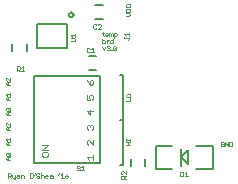
<source format=gto>
G75*
%MOIN*%
%OFA0B0*%
%FSLAX25Y25*%
%IPPOS*%
%LPD*%
%AMOC8*
5,1,8,0,0,1.08239X$1,22.5*
%
%ADD10C,0.00100*%
%ADD11C,0.00500*%
%ADD12C,0.00600*%
%ADD13C,0.00200*%
%ADD14C,0.00800*%
D10*
X0003050Y0003600D02*
X0003050Y0005101D01*
X0003801Y0005101D01*
X0004051Y0004851D01*
X0004051Y0004351D01*
X0003801Y0004100D01*
X0003050Y0004100D01*
X0003550Y0004100D02*
X0004051Y0003600D01*
X0004523Y0003850D02*
X0004523Y0004601D01*
X0004523Y0003850D02*
X0004773Y0003600D01*
X0005524Y0003600D01*
X0005524Y0003350D02*
X0005274Y0003100D01*
X0005024Y0003100D01*
X0005524Y0003350D02*
X0005524Y0004601D01*
X0006247Y0004601D02*
X0006747Y0004601D01*
X0006997Y0004351D01*
X0006997Y0003600D01*
X0006247Y0003600D01*
X0005997Y0003850D01*
X0006247Y0004100D01*
X0006997Y0004100D01*
X0007470Y0003600D02*
X0007470Y0004601D01*
X0008220Y0004601D01*
X0008471Y0004351D01*
X0008471Y0003600D01*
X0010416Y0003850D02*
X0010416Y0004851D01*
X0010666Y0005101D01*
X0011167Y0005101D01*
X0011417Y0004851D01*
X0011417Y0003850D01*
X0011167Y0003600D01*
X0010666Y0003600D01*
X0010416Y0003850D01*
X0011890Y0004601D02*
X0012140Y0004851D01*
X0012140Y0005351D01*
X0012626Y0004851D02*
X0012626Y0004601D01*
X0012876Y0004351D01*
X0013377Y0004351D01*
X0013627Y0004100D01*
X0013627Y0003850D01*
X0013377Y0003600D01*
X0012876Y0003600D01*
X0012626Y0003850D01*
X0014099Y0003600D02*
X0014099Y0005101D01*
X0013627Y0004851D02*
X0013377Y0005101D01*
X0012876Y0005101D01*
X0012626Y0004851D01*
X0014099Y0004351D02*
X0014350Y0004601D01*
X0014850Y0004601D01*
X0015100Y0004351D01*
X0015100Y0003600D01*
X0015573Y0003850D02*
X0015573Y0004351D01*
X0015823Y0004601D01*
X0016323Y0004601D01*
X0016573Y0004351D01*
X0016573Y0004100D01*
X0015573Y0004100D01*
X0015573Y0003850D02*
X0015823Y0003600D01*
X0016323Y0003600D01*
X0017046Y0003850D02*
X0017296Y0004100D01*
X0018047Y0004100D01*
X0018047Y0004351D02*
X0018047Y0003600D01*
X0017296Y0003600D01*
X0017046Y0003850D01*
X0017296Y0004601D02*
X0017797Y0004601D01*
X0018047Y0004351D01*
X0019992Y0004601D02*
X0020243Y0004851D01*
X0020243Y0005351D01*
X0020729Y0004601D02*
X0021229Y0005101D01*
X0021229Y0003600D01*
X0020729Y0003600D02*
X0021730Y0003600D01*
X0022202Y0003850D02*
X0022202Y0004351D01*
X0022953Y0004351D01*
X0023203Y0004100D01*
X0023203Y0003850D01*
X0022953Y0003600D01*
X0022452Y0003600D01*
X0022202Y0003850D01*
X0022202Y0004351D02*
X0022703Y0004851D01*
X0023203Y0005101D01*
X0026050Y0006350D02*
X0026300Y0006100D01*
X0026801Y0006100D01*
X0027051Y0006350D01*
X0027051Y0006600D01*
X0026801Y0006851D01*
X0026300Y0006851D01*
X0026050Y0007101D01*
X0026050Y0007351D01*
X0026300Y0007601D01*
X0026801Y0007601D01*
X0027051Y0007351D01*
X0027523Y0007101D02*
X0028024Y0007601D01*
X0028024Y0006100D01*
X0028524Y0006100D02*
X0027523Y0006100D01*
X0040899Y0005577D02*
X0040899Y0005077D01*
X0041149Y0004827D01*
X0041149Y0004354D02*
X0041649Y0004354D01*
X0041900Y0004104D01*
X0041900Y0003353D01*
X0042400Y0003353D02*
X0040899Y0003353D01*
X0040899Y0004104D01*
X0041149Y0004354D01*
X0041900Y0003854D02*
X0042400Y0004354D01*
X0042400Y0004827D02*
X0041399Y0005828D01*
X0041149Y0005828D01*
X0040899Y0005577D01*
X0042400Y0005828D02*
X0042400Y0004827D01*
X0042449Y0014600D02*
X0043950Y0014600D01*
X0043199Y0014600D02*
X0043199Y0015601D01*
X0042449Y0015601D02*
X0043950Y0015601D01*
X0043950Y0016073D02*
X0043950Y0016574D01*
X0043950Y0016323D02*
X0042449Y0016323D01*
X0042449Y0016073D02*
X0042449Y0016574D01*
X0042449Y0029100D02*
X0043950Y0029100D01*
X0043950Y0030101D01*
X0043700Y0030573D02*
X0042699Y0030573D01*
X0042449Y0030823D01*
X0042449Y0031324D01*
X0042699Y0031574D01*
X0043700Y0031574D01*
X0043950Y0031324D01*
X0043950Y0030823D01*
X0043700Y0030573D01*
X0031878Y0045450D02*
X0030877Y0045450D01*
X0031377Y0045450D02*
X0031377Y0046951D01*
X0030877Y0046451D01*
X0030404Y0046701D02*
X0030154Y0046951D01*
X0029654Y0046951D01*
X0029403Y0046701D01*
X0029403Y0045700D01*
X0029654Y0045450D01*
X0030154Y0045450D01*
X0030404Y0045700D01*
X0034550Y0047101D02*
X0035050Y0046100D01*
X0035551Y0047101D01*
X0036023Y0047351D02*
X0036273Y0047601D01*
X0036774Y0047601D01*
X0037024Y0047351D01*
X0037024Y0047101D01*
X0036774Y0046851D01*
X0037024Y0046600D01*
X0037024Y0046350D01*
X0036774Y0046100D01*
X0036273Y0046100D01*
X0036023Y0046350D01*
X0036524Y0046851D02*
X0036774Y0046851D01*
X0037497Y0046350D02*
X0037497Y0046100D01*
X0037747Y0046100D01*
X0037747Y0046350D01*
X0037497Y0046350D01*
X0038233Y0046350D02*
X0038483Y0046100D01*
X0038984Y0046100D01*
X0039234Y0046350D01*
X0039234Y0047351D01*
X0038233Y0046350D01*
X0038233Y0047351D01*
X0038483Y0047601D01*
X0038984Y0047601D01*
X0039234Y0047351D01*
X0038252Y0048500D02*
X0037501Y0048500D01*
X0037251Y0048750D01*
X0037251Y0049251D01*
X0037501Y0049501D01*
X0038252Y0049501D01*
X0038252Y0050001D02*
X0038252Y0048500D01*
X0036774Y0049501D02*
X0036524Y0049501D01*
X0036023Y0049000D01*
X0036023Y0048500D02*
X0036023Y0049501D01*
X0035551Y0049251D02*
X0035301Y0049501D01*
X0034550Y0049501D01*
X0034550Y0050001D02*
X0034550Y0048500D01*
X0035301Y0048500D01*
X0035551Y0048750D01*
X0035551Y0049251D01*
X0035782Y0050900D02*
X0035532Y0051150D01*
X0035532Y0051651D01*
X0035782Y0051901D01*
X0036283Y0051901D01*
X0036533Y0051651D01*
X0036533Y0051400D01*
X0035532Y0051400D01*
X0035782Y0050900D02*
X0036283Y0050900D01*
X0037005Y0050900D02*
X0037005Y0051901D01*
X0037256Y0051901D01*
X0037506Y0051651D01*
X0037756Y0051901D01*
X0038006Y0051651D01*
X0038006Y0050900D01*
X0038479Y0050900D02*
X0039229Y0050900D01*
X0039480Y0051150D01*
X0039480Y0051651D01*
X0039229Y0051901D01*
X0038479Y0051901D01*
X0038479Y0050400D01*
X0037506Y0050900D02*
X0037506Y0051651D01*
X0035050Y0051901D02*
X0034550Y0051901D01*
X0034800Y0052151D02*
X0034800Y0051150D01*
X0035050Y0050900D01*
X0034078Y0053350D02*
X0033077Y0053350D01*
X0034078Y0054351D01*
X0034078Y0054601D01*
X0033827Y0054851D01*
X0033327Y0054851D01*
X0033077Y0054601D01*
X0032604Y0054601D02*
X0032354Y0054851D01*
X0031854Y0054851D01*
X0031603Y0054601D01*
X0031603Y0053600D01*
X0031854Y0053350D01*
X0032354Y0053350D01*
X0032604Y0053600D01*
X0025550Y0051628D02*
X0025550Y0050627D01*
X0025550Y0051127D02*
X0024049Y0051127D01*
X0024549Y0050627D01*
X0024049Y0050154D02*
X0025300Y0050154D01*
X0025550Y0049904D01*
X0025550Y0049404D01*
X0025300Y0049153D01*
X0024049Y0049153D01*
X0008077Y0040751D02*
X0008077Y0039250D01*
X0007577Y0039250D02*
X0008578Y0039250D01*
X0007577Y0040251D02*
X0008077Y0040751D01*
X0007104Y0040501D02*
X0007104Y0040001D01*
X0006854Y0039750D01*
X0006103Y0039750D01*
X0006103Y0039250D02*
X0006103Y0040751D01*
X0006854Y0040751D01*
X0007104Y0040501D01*
X0006604Y0039750D02*
X0007104Y0039250D01*
X0003950Y0037074D02*
X0003950Y0036073D01*
X0002949Y0037074D01*
X0002699Y0037074D01*
X0002449Y0036824D01*
X0002449Y0036323D01*
X0002699Y0036073D01*
X0002949Y0035601D02*
X0002449Y0035100D01*
X0002949Y0034600D01*
X0003950Y0034600D01*
X0003199Y0034600D02*
X0003199Y0035601D01*
X0002949Y0035601D02*
X0003950Y0035601D01*
X0003950Y0032074D02*
X0003950Y0031073D01*
X0003950Y0030601D02*
X0002949Y0030601D01*
X0002449Y0030100D01*
X0002949Y0029600D01*
X0003950Y0029600D01*
X0003199Y0029600D02*
X0003199Y0030601D01*
X0002949Y0031073D02*
X0002449Y0031574D01*
X0003950Y0031574D01*
X0003700Y0027074D02*
X0002699Y0027074D01*
X0003700Y0026073D01*
X0003950Y0026323D01*
X0003950Y0026824D01*
X0003700Y0027074D01*
X0003700Y0026073D02*
X0002699Y0026073D01*
X0002449Y0026323D01*
X0002449Y0026824D01*
X0002699Y0027074D01*
X0002949Y0025601D02*
X0003950Y0025601D01*
X0003199Y0025601D02*
X0003199Y0024600D01*
X0002949Y0024600D02*
X0002449Y0025100D01*
X0002949Y0025601D01*
X0002949Y0024600D02*
X0003950Y0024600D01*
X0003950Y0022074D02*
X0003950Y0021073D01*
X0002949Y0022074D01*
X0002699Y0022074D01*
X0002449Y0021824D01*
X0002449Y0021323D01*
X0002699Y0021073D01*
X0002949Y0020601D02*
X0003950Y0020601D01*
X0003199Y0020601D02*
X0003199Y0019600D01*
X0002949Y0019600D02*
X0002449Y0020100D01*
X0002949Y0020601D01*
X0002949Y0019600D02*
X0003950Y0019600D01*
X0003950Y0017074D02*
X0003950Y0016073D01*
X0003950Y0015601D02*
X0002949Y0015601D01*
X0002449Y0015100D01*
X0002949Y0014600D01*
X0003950Y0014600D01*
X0003199Y0014600D02*
X0003199Y0015601D01*
X0002949Y0016073D02*
X0002449Y0016574D01*
X0003950Y0016574D01*
X0003700Y0012074D02*
X0002699Y0012074D01*
X0003700Y0011073D01*
X0003950Y0011323D01*
X0003950Y0011824D01*
X0003700Y0012074D01*
X0002699Y0012074D02*
X0002449Y0011824D01*
X0002449Y0011323D01*
X0002699Y0011073D01*
X0003700Y0011073D01*
X0003950Y0010601D02*
X0002949Y0010601D01*
X0002449Y0010100D01*
X0002949Y0009600D01*
X0003950Y0009600D01*
X0003199Y0009600D02*
X0003199Y0010601D01*
X0041949Y0050100D02*
X0041949Y0050601D01*
X0041949Y0050351D02*
X0043200Y0050351D01*
X0043450Y0050100D01*
X0043450Y0049850D01*
X0043200Y0049600D01*
X0043450Y0051073D02*
X0043450Y0052074D01*
X0043450Y0051574D02*
X0041949Y0051574D01*
X0042449Y0051073D01*
X0042449Y0057600D02*
X0043450Y0057600D01*
X0043950Y0058100D01*
X0043450Y0058601D01*
X0042449Y0058601D01*
X0042449Y0059073D02*
X0042449Y0059824D01*
X0042699Y0060074D01*
X0043700Y0060074D01*
X0043950Y0059824D01*
X0043950Y0059073D01*
X0042449Y0059073D01*
X0042449Y0060547D02*
X0042449Y0061297D01*
X0042699Y0061547D01*
X0043700Y0061547D01*
X0043950Y0061297D01*
X0043950Y0060547D01*
X0042449Y0060547D01*
X0074300Y0015601D02*
X0074050Y0015351D01*
X0074050Y0014350D01*
X0074300Y0014100D01*
X0074801Y0014100D01*
X0075051Y0014350D01*
X0075051Y0014851D01*
X0074550Y0014851D01*
X0075051Y0015351D02*
X0074801Y0015601D01*
X0074300Y0015601D01*
X0075523Y0015601D02*
X0075523Y0014100D01*
X0076524Y0014100D02*
X0076524Y0015601D01*
X0076997Y0015601D02*
X0077747Y0015601D01*
X0077997Y0015351D01*
X0077997Y0014350D01*
X0077747Y0014100D01*
X0076997Y0014100D01*
X0076997Y0015601D01*
X0075523Y0015601D02*
X0076524Y0014100D01*
X0063124Y0004200D02*
X0062123Y0004200D01*
X0062624Y0004200D02*
X0062624Y0005701D01*
X0062123Y0005201D01*
X0061651Y0005451D02*
X0061651Y0004450D01*
X0061401Y0004200D01*
X0060650Y0004200D01*
X0060650Y0005701D01*
X0061401Y0005701D01*
X0061651Y0005451D01*
D11*
X0041500Y0008050D02*
X0041500Y0023050D01*
X0041500Y0038050D01*
X0040500Y0038050D01*
X0033700Y0037650D02*
X0033700Y0008650D01*
X0011700Y0008650D01*
X0011700Y0037650D01*
X0033700Y0037650D01*
X0023000Y0047050D02*
X0013000Y0047050D01*
X0013000Y0055050D01*
X0023000Y0055050D01*
X0023000Y0047050D01*
X0023572Y0058050D02*
X0023574Y0058104D01*
X0023580Y0058157D01*
X0023590Y0058210D01*
X0023604Y0058262D01*
X0023621Y0058313D01*
X0023642Y0058362D01*
X0023667Y0058410D01*
X0023696Y0058456D01*
X0023727Y0058499D01*
X0023762Y0058540D01*
X0023800Y0058579D01*
X0023840Y0058614D01*
X0023883Y0058647D01*
X0023928Y0058676D01*
X0023976Y0058702D01*
X0024025Y0058724D01*
X0024075Y0058742D01*
X0024127Y0058757D01*
X0024179Y0058768D01*
X0024233Y0058775D01*
X0024287Y0058778D01*
X0024340Y0058777D01*
X0024394Y0058772D01*
X0024447Y0058763D01*
X0024499Y0058750D01*
X0024550Y0058734D01*
X0024600Y0058713D01*
X0024648Y0058689D01*
X0024695Y0058662D01*
X0024739Y0058631D01*
X0024780Y0058597D01*
X0024820Y0058560D01*
X0024856Y0058520D01*
X0024889Y0058478D01*
X0024919Y0058433D01*
X0024946Y0058386D01*
X0024969Y0058338D01*
X0024988Y0058288D01*
X0025004Y0058236D01*
X0025016Y0058184D01*
X0025024Y0058131D01*
X0025028Y0058077D01*
X0025028Y0058023D01*
X0025024Y0057969D01*
X0025016Y0057916D01*
X0025004Y0057864D01*
X0024988Y0057812D01*
X0024969Y0057762D01*
X0024946Y0057714D01*
X0024919Y0057667D01*
X0024889Y0057622D01*
X0024856Y0057580D01*
X0024820Y0057540D01*
X0024780Y0057503D01*
X0024739Y0057469D01*
X0024695Y0057438D01*
X0024648Y0057411D01*
X0024600Y0057387D01*
X0024550Y0057366D01*
X0024499Y0057350D01*
X0024447Y0057337D01*
X0024394Y0057328D01*
X0024340Y0057323D01*
X0024287Y0057322D01*
X0024233Y0057325D01*
X0024179Y0057332D01*
X0024127Y0057343D01*
X0024075Y0057358D01*
X0024025Y0057376D01*
X0023976Y0057398D01*
X0023928Y0057424D01*
X0023883Y0057453D01*
X0023840Y0057486D01*
X0023800Y0057521D01*
X0023762Y0057560D01*
X0023727Y0057601D01*
X0023696Y0057644D01*
X0023667Y0057690D01*
X0023642Y0057738D01*
X0023621Y0057787D01*
X0023604Y0057838D01*
X0023590Y0057890D01*
X0023580Y0057943D01*
X0023574Y0057996D01*
X0023572Y0058050D01*
X0040500Y0023050D02*
X0041500Y0023050D01*
X0041500Y0008050D02*
X0040500Y0008050D01*
D12*
X0044038Y0007669D02*
X0044038Y0010031D01*
X0048762Y0010031D02*
X0048762Y0007669D01*
X0032381Y0039688D02*
X0030019Y0039688D01*
X0030019Y0044412D02*
X0032381Y0044412D01*
X0032319Y0056588D02*
X0034681Y0056588D01*
X0034681Y0061312D02*
X0032319Y0061312D01*
X0009362Y0048231D02*
X0009362Y0045869D01*
X0004638Y0045869D02*
X0004638Y0048231D01*
D13*
X0029398Y0036218D02*
X0029765Y0035484D01*
X0030499Y0034750D01*
X0030499Y0035851D01*
X0030866Y0036218D01*
X0031233Y0036218D01*
X0031600Y0035851D01*
X0031600Y0035117D01*
X0031233Y0034750D01*
X0030499Y0034750D01*
X0030499Y0031218D02*
X0031233Y0031218D01*
X0031600Y0030851D01*
X0031600Y0030117D01*
X0031233Y0029750D01*
X0030499Y0029750D02*
X0030132Y0030484D01*
X0030132Y0030851D01*
X0030499Y0031218D01*
X0029398Y0031218D02*
X0029398Y0029750D01*
X0030499Y0029750D01*
X0030499Y0026218D02*
X0030499Y0024750D01*
X0029398Y0025851D01*
X0031600Y0025851D01*
X0031233Y0021218D02*
X0030866Y0021218D01*
X0030499Y0020851D01*
X0030499Y0020484D01*
X0030499Y0020851D02*
X0030132Y0021218D01*
X0029765Y0021218D01*
X0029398Y0020851D01*
X0029398Y0020117D01*
X0029765Y0019750D01*
X0031233Y0019750D02*
X0031600Y0020117D01*
X0031600Y0020851D01*
X0031233Y0021218D01*
X0031600Y0016218D02*
X0031600Y0014750D01*
X0030132Y0016218D01*
X0029765Y0016218D01*
X0029398Y0015851D01*
X0029398Y0015117D01*
X0029765Y0014750D01*
X0031600Y0011218D02*
X0031600Y0009750D01*
X0031600Y0010484D02*
X0029398Y0010484D01*
X0030132Y0009750D01*
X0016600Y0011117D02*
X0016600Y0011851D01*
X0016233Y0012218D01*
X0014765Y0012218D01*
X0014398Y0011851D01*
X0014398Y0011117D01*
X0014765Y0010750D01*
X0016233Y0010750D01*
X0016600Y0011117D01*
X0016600Y0012960D02*
X0014398Y0012960D01*
X0016600Y0014428D01*
X0014398Y0014428D01*
D14*
X0052451Y0014387D02*
X0052451Y0006513D01*
X0057963Y0006513D01*
X0060719Y0007694D02*
X0060719Y0010450D01*
X0063081Y0012812D01*
X0063081Y0008088D01*
X0060719Y0010450D01*
X0060719Y0013206D01*
X0057963Y0014387D02*
X0052451Y0014387D01*
X0065837Y0014387D02*
X0071349Y0014387D01*
X0071349Y0006513D01*
X0065837Y0006513D01*
M02*

</source>
